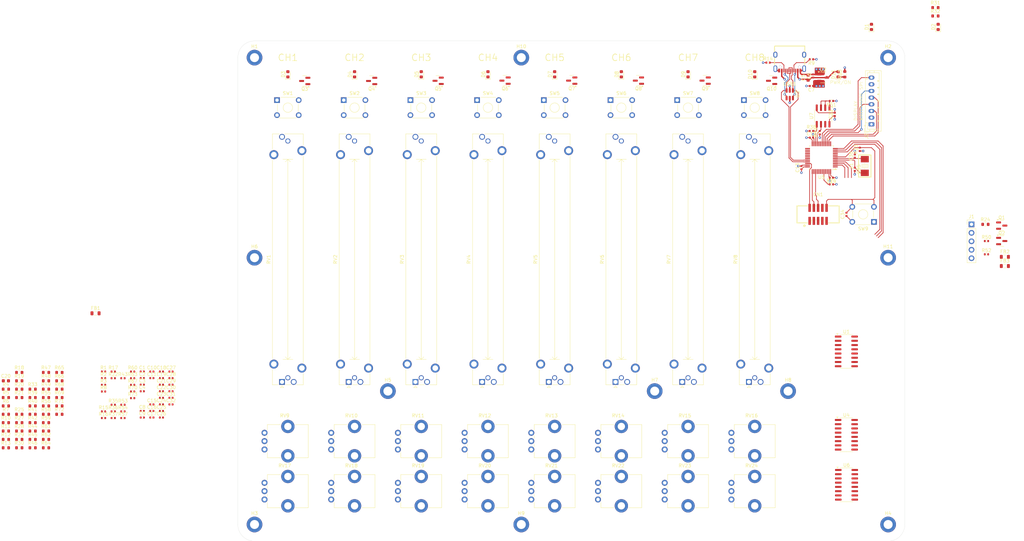
<source format=kicad_pcb>
(kicad_pcb (version 20240108) (generator "pcbnew") (generator_version "8.0")
  (layers (0 "F.Cu" signal) (1 "In1.Cu" signal) (2 "In2.Cu" signal) (31 "B.Cu" signal) (34 "B.Paste" user) (35 "F.Paste" user) (36 "B.SilkS" user "B.Silkscreen") (37 "F.SilkS" user "F.Silkscreen") (38 "B.Mask" user) (39 "F.Mask" user) (44 "Edge.Cuts" user))
  (net 0 "")
  (net 1 "Net-(U1-X0)")
  (net 2 "GND")
  (net 3 "Net-(U1-X1)")
  (net 4 "Net-(U1-X2)")
  (net 5 "Net-(U1-X3)")
  (net 6 "+5V")
  (net 7 "+3V3")
  (net 8 "Net-(U1-X7)")
  (net 9 "Net-(U1-X6)")
  (net 10 "Net-(U1-X5)")
  (net 11 "Net-(U1-X4)")
  (net 12 "Net-(U4-X0)")
  (net 13 "Net-(U4-X1)")
  (net 14 "Net-(U4-X2)")
  (net 15 "Net-(U4-X3)")
  (net 16 "+3.3VA")
  (net 17 "Net-(U4-X7)")
  (net 18 "Net-(U4-X6)")
  (net 19 "Net-(U4-X5)")
  (net 20 "Net-(U4-X4)")
  (net 21 "Net-(U6-X0)")
  (net 22 "Net-(U6-X1)")
  (net 23 "Net-(U6-X2)")
  (net 24 "Net-(U6-X3)")
  (net 25 "Net-(U6-X7)")
  (net 26 "Net-(U6-X6)")
  (net 27 "Net-(U6-X5)")
  (net 28 "Net-(U6-X4)")
  (net 30 "SWDIO")
  (net 32 "NRST")
  (net 33 "SWCLK")
  (net 34 "SWO")
  (net 35 "Net-(D1-K)")
  (net 36 "Net-(D2-K)")
  (net 37 "Net-(D3-K)")
  (net 38 "Net-(D3-A)")
  (net 39 "Net-(D4-A)")
  (net 40 "Net-(D4-K)")
  (net 41 "Net-(D5-A)")
  (net 42 "Net-(D5-K)")
  (net 43 "Net-(D6-A)")
  (net 44 "Net-(D6-K)")
  (net 45 "Net-(D7-K)")
  (net 46 "Net-(D7-A)")
  (net 47 "Net-(D8-K)")
  (net 48 "Net-(D8-A)")
  (net 49 "Net-(D9-A)")
  (net 50 "Net-(D9-K)")
  (net 51 "Net-(D10-K)")
  (net 52 "Net-(D10-A)")
  (net 53 "Net-(J1-Pin_4)")
  (net 54 "Net-(J1-Pin_5)")
  (net 57 "Net-(Q1-B)")
  (net 58 "Net-(Q2-B)")
  (net 59 "CH1_SW")
  (net 60 "CH2_SW")
  (net 61 "CH3_SW")
  (net 62 "CH4_SW")
  (net 63 "CH5_SW")
  (net 64 "CH6_SW")
  (net 65 "CH7_SW")
  (net 66 "CH8_SW")
  (net 67 "IN1_A")
  (net 68 "IN1_B")
  (net 69 "IN1_C")
  (net 70 "Net-(R4-Pad1)")
  (net 71 "Net-(R5-Pad1)")
  (net 72 "Net-(R6-Pad1)")
  (net 73 "Net-(R7-Pad1)")
  (net 74 "Net-(U1-INH)")
  (net 75 "Net-(USB1-CC1)")
  (net 76 "Net-(R10-Pad1)")
  (net 77 "Net-(R11-Pad1)")
  (net 78 "Net-(R12-Pad1)")
  (net 79 "Net-(R13-Pad1)")
  (net 80 "Net-(USB1-CC2)")
  (net 81 "IN2_A")
  (net 82 "IN2_B")
  (net 83 "IN2_C")
  (net 84 "Net-(R18-Pad1)")
  (net 85 "Net-(R19-Pad1)")
  (net 86 "Net-(R20-Pad1)")
  (net 87 "Net-(R21-Pad1)")
  (net 88 "Net-(U4-INH)")
  (net 89 "Net-(U5-BOOT0)")
  (net 90 "Net-(R27-Pad1)")
  (net 91 "Net-(R28-Pad1)")
  (net 92 "Net-(R29-Pad1)")
  (net 93 "Net-(R30-Pad1)")
  (net 94 "/TIM3_CH2")
  (net 95 "/TIM3_CH1")
  (net 96 "Net-(U5-PB0)")
  (net 97 "I2C2_SCL")
  (net 98 "IN3_A")
  (net 99 "IN3_B")
  (net 100 "IN3_C")
  (net 101 "I2C2_SDA")
  (net 102 "Net-(R39-Pad1)")
  (net 103 "Net-(R40-Pad1)")
  (net 104 "Net-(R41-Pad1)")
  (net 105 "Net-(R42-Pad1)")
  (net 106 "Net-(U6-INH)")
  (net 107 "Net-(R44-Pad1)")
  (net 108 "Net-(R45-Pad1)")
  (net 109 "Net-(R46-Pad1)")
  (net 110 "Net-(R47-Pad1)")
  (net 111 "Net-(U7-E0)")
  (net 112 "USART1_TX")
  (net 113 "IN1_ADC")
  (net 114 "/SBU1")
  (net 115 "/SBU2")
  (net 116 "IN2_ADC")
  (net 117 "/NRST")
  (net 118 "IN3_ADC")
  (net 119 "SPI1_MOSI")
  (net 120 "SPI1_SCK")
  (net 121 "/HSE_OUT")
  (net 122 "SPI1_NSS")
  (net 124 "USB_D+")
  (net 125 "USB_D-")
  (net 126 "Net-(R48-Pad1)")
  (net 127 "Net-(R54-Pad1)")
  (net 128 "Net-(R57-Pad1)")
  (net 129 "Net-(R60-Pad1)")
  (net 130 "Net-(R63-Pad1)")
  (net 131 "Net-(R66-Pad1)")
  (net 132 "Net-(R69-Pad1)")
  (net 133 "Net-(R72-Pad1)")
  (net 134 "/HSE_IN")
  (net 135 "Net-(D11-K)")
  (net 147 "Net-(FB2-Pad1)")
  (net 148 "Net-(Q1-C)")
  (net 149 "DISP_BUSY")
  (net 150 "DISP_RESET")
  (net 151 "DISP_DC")
  (footprint "Capacitor_SMD:C_0402_1005Metric" (layer "F.Cu") (at 122.0875 153.075)
    (property "Reference" "C21")
    (property "Value" "100n")
  )
  (footprint "Potentiometer_THT:Potentiometer_Bourns_PTV09A-1_Single_Vertical" (layer "F.Cu") (at 153 187.5)
    (property "Reference" "RV17")
    (property "Value" "10K")
  )
  (footprint "Package_TO_SOT_SMD:SOT-23" (layer "F.Cu") (at 225.125 61.9 180)
    (property "Reference" "Q6")
    (property "Value" "SS8050")
  )
  (footprint "Resistor_SMD:R_0402_1005Metric" (layer "F.Cu") (at 104.7275 151.135)
    (property "Reference" "R2")
    (property "Value" "10K")
  )
  (footprint "Package_SO:SOIC-16_3.9x9.9mm_P1.27mm" (layer "F.Cu") (at 327.525 183.095)
    (property "Reference" "U6")
    (property "Value" "CD4051BM96")
  )
  (footprint "Resistor_SMD:R_0603_1608Metric" (layer "F.Cu") (at 91.4875 149.405)
    (property "Reference" "R65")
    (property "Value" "220")
  )
  (footprint "Potentiometer_THT:Potentiometer_Bourns_PTA6043_Single_Slide" (layer "F.Cu") (at 198.25 152.25 90)
    (property "Reference" "RV3")
    (property "Value" "10K")
  )
  (footprint "Inductor_SMD:L_0805_2012Metric" (layer "F.Cu") (at 102.325 131.67)
    (property "Reference" "FB1")
    (property "Value" "GZ2012D601TF")
  )
  (footprint "Resistor_SMD:R_0402_1005Metric" (layer "F.Cu") (at 317 77)
    (property "Reference" "R38")
    (property "Value" "5.1K")
  )
  (footprint "Package_TO_SOT_SMD:SOT-23" (layer "F.Cu") (at 245.125 61.9 180)
    (property "Reference" "Q7")
    (property "Value" "SS8050")
  )
  (footprint "Resistor_SMD:R_0402_1005Metric" (layer "F.Cu") (at 107.6375 151.135)
    (property "Reference" "R22")
    (property "Value" "10K")
  )
  (footprint "MountingHole:MountingHole_2.7mm_M2.5_DIN965_Pad" (layer "F.Cu") (at 230 55)
    (property "Reference" "H10")
    (property "Value" "MountingHole_Pad")
  )
  (footprint "LED_SMD:LED_0603_1608Metric" (layer "F.Cu") (at 200 60 90)
    (property "Reference" "D5")
    (property "Value" "LED")
  )
  (footprint "Package_TO_SOT_SMD:SOT-23" (layer "F.Cu") (at 374.0625 110)
    (property "Reference" "Q2")
    (property "Value" "SS8050")
  )
  (footprint "Capacitor_SMD:C_0402_1005Metric" (layer "F.Cu") (at 122.0875 162.925)
    (property "Reference" "C26")
    (property "Value" "100n")
  )
  (footprint "Capacitor_SMD:C_0402_1005Metric" (layer "F.Cu") (at 119.2175 162.925)
    (property "Reference" "C17")
    (property "Value" "100n")
  )
  (footprint "Resistor_SMD:R_0603_1608Metric" (layer "F.Cu") (at 87.4775 159.445)
    (property "Reference" "R56")
    (property "Value" "220")
  )
  (footprint "Capacitor_SMD:C_0402_1005Metric" (layer "F.Cu") (at 324 72.02 90)
    (property "Reference" "C33")
    (property "Value" "100n")
  )
  (footprint "Resistor_SMD:R_0603_1608Metric" (layer "F.Cu") (at 79.4575 164.465)
    (property "Reference" "R27")
    (property "Value" "100")
  )
  (footprint "Potentiometer_THT:Potentiometer_Bourns_PTA6043_Single_Slide" (layer "F.Cu") (at 178.25 152.25 90)
    (property "Reference" "RV2")
    (property "Value" "10K")
  )
  (footprint "Package_TO_SOT_SMD:SOT-23" (layer "F.Cu") (at 205.0625 61.95 180)
    (property "Reference" "Q5")
    (property "Value" "SS8050")
  )
  (footprint "Potentiometer_THT:Potentiometer_Bourns_PTV09A-1_Single_Vertical" (layer "F.Cu") (at 293 172.5)
    (property "Reference" "RV16")
    (property "Value" "10K")
  )
  (footprint "Package_SO:SOIC-16_3.9x9.9mm_P1.27mm" (layer "F.Cu") (at 327.475 143.095)
    (property "Reference" "U1")
    (property "Value" "CD4051BM96")
  )
  (footprint "Resistor_SMD:R_0402_1005Metric" (layer "F.Cu") (at 113.4575 153.125)
    (property "Reference" "R67")
    (property "Value" "10K")
  )
  (footprint "Resistor_SMD:R_0603_1608Metric" (layer "F.Cu") (at 87.4775 156.935)
    (property "Reference" "R55")
    (property "Value" "100")
  )
  (footprint "LED_SMD:LED_0603_1608Metric" (layer "F.Cu") (at 260 60 90)
    (property "Reference" "D8")
    (property "Value" "LED")
  )
  (footprint "Capacitor_SMD:C_0402_1005Metric" (layer "F.Cu") (at 122.0875 155.045)
    (property "Reference" "C22")
    (property "Value" "100n")
  )
  (footprint "Connector_JST:JST_PH_B8B-PH-K_1x08_P2.00mm_Vertical" (layer "F.Cu") (at 335 75 90)
    (property "Reference" "J2")
    (property "Value" "Conn_01x08")
  )
  (footprint "parts:USB-C-SMD_TYPE-C-6PIN-2MD-073" (layer "F.Cu") (at 310.5 56.5 180)
    (property "Reference" "USB1")
    (property "Value" "TYPE-C 16PIN 2MD(073)")
  )
  (footprint "Package_TO_SOT_SMD:SOT-23" (layer "F.Cu") (at 374.0625 105.375)
    (property "Reference" "Q1")
    (property "Value" "SS8050")
  )
  (footprint "Resistor_SMD:R_0402_1005Metric" (layer "F.Cu") (at 317 55.5 180)
    (property "Reference" "R9")
    (property "Value" "5.1K")
  )
  (footprint "Resistor_SMD:R_0603_1608Metric" (layer "F.Cu") (at 87.4775 151.915)
    (property "Reference" "R48")
    (property "Value" "100")
  )
  (footprint "Package_SO:SOIC-16_3.9x9.9mm_P1.27mm" (layer "F.Cu") (at 327.475 168.095)
    (property "Reference" "U4")
    (property "Value" "CD4051BM96")
  )
  (footprint "Resistor_SMD:R_0603_1608Metric" (layer "F.Cu") (at 75.4475 171.995)
    (property "Reference" "R13")
    (property "Value" "100")
  )
  (footprint "Package_QFP:LQFP-48_7x7mm_P0.5mm" (layer "F.Cu") (at 320 85 180)
    (property "Reference" "U5")
    (property "Value" "STM32F103C8Tx")
  )
  (footprint "Capacitor_SMD:C_0402_1005Metric" (layer "F.Cu") (at 116.3475 153.075)
    (property "Reference" "C3")
    (property "Value" "100n")
  )
  (footprint "Potentiometer_THT:Potentiometer_Bourns_PTV09A-1_Single_Vertical" (layer "F.Cu") (at 293 187.5)
    (property "Reference" "RV24")
    (property "Value" "10K")
  )
  (footprint "MountingHole:MountingHole_2.7mm_M2.5_DIN965_Pad" (layer "F.Cu") (at 190 155)
    (property "Reference" "H5")
    (property "Value" "MountingHole_Pad")
  )
  (footprint "Resistor_SMD:R_0603_1608Metric" (layer "F.Cu") (at 75.4475 161.955)
    (property "Reference" "R7")
    (property "Value" "100")
  )
  (footprint "Button_Switch_THT:SW_TH_Tactile_Omron_B3F-10xx" (layer "F.Cu") (at 156.75 67.75)
    (property "Reference" "SW1")
    (property "Value" "SW_Push")
  )
  (footprint "Resistor_SMD:R_0603_1608Metric" (layer "F.Cu") (at 75.4475 156.935)
    (property "Reference" "R5")
    (property "Value" "100")
  )
  (footprint "Resistor_SMD:R_0603_1608Metric" (layer "F.Cu") (at 75.4475 166.975)
    (property "Reference" "R11")
    (property "Value" "100")
  )
  (footprint "Resistor_SMD:R_0402_1005Metric" (layer "F.Cu") (at 104.7275 155.115)
    (property "Reference" "R8")
    (property "Value" "10K")
  )
  (footprint "Resistor_SMD:R_0603_1608Metric" (layer "F.Cu") (at 83.4675 161.955)
    (property "Reference" "R41")
    (property "Value" "100")
  )
  (footprint "Package_TO_SOT_SMD:SOT-23" (layer "F.Cu") (at 185.125 62 180)
    (property "Reference" "Q4")
    (property "Value" "SS8050")
  )
  (footprint "Capacitor_SMD:C_0402_1005Metric" (layer "F.Cu") (at 317 79)
    (property "Reference" "C12")
    (property "Value" "100n")
  )
  (footprint "Capacitor_SMD:C_0402_1005Metric" (layer "F.Cu") (at 322.98 91 180)
    (property "Reference" "C14")
    (property "Value" "100n")
  )
  (footprint "Capacitor_SMD:C_0402_1005Metric" (layer "F.Cu") (at 122.0875 149.135)
    (property "Reference" "C18")
    (property "Value" "100n")
  )
  (footprint "Resistor_SMD:R_0603_1608Metric" (layer "F.Cu") (at 75.4475 159.445)
    (property "Reference" "R6")
    (property "Value" "100")
  )
  (footprint "MountingHole:MountingHole_2.7mm_M2.5_DIN965_Pad" (layer "F.Cu") (at 150 115)
    (property "Reference" "H6")
    (property "Value" "MountingHole_Pad")
  )
  (footprint "Resistor_SMD:R_0603_1608Metric" (layer "F.Cu") (at 83.4675 164.465)
    (property "Reference" "R42")
    (property "Value" "100")
  )
  (footprint "Resistor_SMD:R_0603_1608Metric" (layer "F.Cu") (at 91.4875 159.445)
    (property "Reference" "R71")
    (property "Value" "220")
  )
  (footprint "Capacitor_SMD:C_0402_1005Metric" (layer "F.Cu") (at 116.3475 155.045)
    (property "Reference" "C4")
    (property "Value" "100n")
  )
  (footprint "Capacitor_SMD:C_0402_1005Metric" (layer "F.Cu") (at 122.0875 158.985)
    (property "Reference" "C24")
    (property "Value" "100n")
  )
  (footprint "Resistor_SMD:R_0603_1608Metric" (layer "F.Cu") (at 87.4775 171.995)
    (property "Reference" "R64")
    (property "Value" "100")
  )
  (footprint "Potentiometer_THT:Potentiometer_Bourns_PTV09A-1_Single_Vertical" (layer "F.Cu") (at 213 172.5)
    (property "Reference" "RV12")
    (property "Value" "10K")
  )
  (footprint "Potentiometer_THT:Potentiometer_Bourns_PTA6043_Single_Slide" (layer "F.Cu") (at 298.25 152.25 90)
    (property "Reference" "RV8")
    (property "Value" "10K")
  )
  (footprint "Resistor_SMD:R_0402_1005Metric" (layer "F.Cu") (at 369.49 113.98)
    (property "Reference" "R52")
    (property "Value" "5.1K")
  )
  (footprint "MountingHole:MountingHole_2.7mm_M2.5_DIN965_Pad" (layer "F.Cu") (at 340 195)
    (property "Reference" "H4")
    (property "Value" "MountingHole_Pad")
  )
  (footprint "Resistor_SMD:R_0402_1005Metric" (layer "F.Cu") (at 107.6375 149.145)
    (property "Reference" "R17")
    (property "Value" "10K")
  )
  (footprint "Potentiometer_THT:Potentiometer_Bourns_PTV09A-1_Single_Vertical" (layer "F.Cu") (at 233 187.5)
    (property "Reference" "RV21")
    (property "Value" "10K")
  )
  (footprint "MountingHole:MountingHole_2.7mm_M2.5_DIN965_Pad" (layer "F.Cu") (at 150 55)
    (property "Reference" "H1")
    (property "Value" "MountingHole_Pad")
  )
  (footprint "Potentiometer_THT:Potentiometer_Bourns_PTA6043_Single_Slide" (layer "F.Cu") (at 278.25 152.25 90)
    (property "Reference" "RV7")
    (property "Value" "10K")
  )
  (footprint "Potentiometer_THT:Potentiometer_Bourns_PTV09A-1_Single_Vertical" (layer "F.Cu") (at 213 187.5)
    (property "Reference" "RV20")
    (property "Value" "10K")
  )
  (footprint "Potentiometer_THT:Potentiometer_Bourns_PTA6043_Single_Slide" (layer "F.Cu") (at 218.25 152.25 90)
    (property "Reference" "RV4")
    (property "Value" "10K")
  )
  (footprint "Potentiometer_THT:Potentiometer_Bourns_PTV09A-1_Single_Vertical" (layer "F.Cu") (at 173 187.5)
    (property "Reference" "RV18")
    (property "Value" "10K")
  )
  (footprint "Capacitor_SMD:C_0402_1005Metric" (layer "F.Cu") (at 327.5 102 90)
    (property "Reference" "C34")
    (property "Value" "100n")
  )
  (footprint "MountingHole:MountingHole_2.7mm_M2.5_DIN965_Pad" (layer "F.Cu") (at 340 55)
    (property "Reference" "H2")
    (property "Value" "MountingHole_Pad")
  )
  (footprint "Package_TO_SOT_SMD:SOT-23" (layer "F.Cu") (at 285.125 61.9 180)
    (property "Reference" "Q9")
    (property "Value" "SS8050")
  )
  (footprint "Potentiometer_THT:Potentiometer_Bourns_PTV09A-1_Single_Vertical" (layer "F.Cu") (at 273 172.5)
    (property "Reference" "RV15")
    (property "Value" "10K")
  )
  (footprint "Resistor_SMD:R_0603_1608Metric" (layer "F.Cu") (at 79.4575 171.995)
    (property "Reference" "R30")
    (property "Value" "100")
  )
  (footprint "Capacitor_SMD:C_0402_1005Metric" (layer "F.Cu") (at 116.3475 151.105)
    (property "Reference" "C2")
    (property "Value" "100n")
  )
  (footprint "LED_SMD:LED_0603_1608Metric" (layer "F.Cu") (at 335 45.7875 90)
    (property "Reference" "D1")
    (property "Value" "LED")
  )
  (footprint "Potentiometer_THT:Potentiometer_Bourns_PTV09A-1_Single_Vertical" (layer "F.Cu") (at 253 172.5)
    (property "Reference" "RV14")
    (property "Value" "10K")
  )
  (footprint "Button_Switch_THT:SW_TH_Tactile_Omron_B3F-10xx" (layer "F.Cu") (at 276.75 67.75)
    (property "Reference" "SW7")
    (property "Value" "SW_Push")
  )
  (footprint "Inductor_SMD:L_0805_2012Metric" (layer "F.Cu") (at 375 114.75)
    (property "Reference" "FB2")
    (property "Value" "GZ2012D601TF")
  )
  (footprint "Resistor_SMD:R_0402_1005Metric" (layer "F.Cu") (at 322.99 93)
    (property "Reference" "R26")
    (property "Value" "10K")
  )
  (footprint "Resistor_SMD:R_0603_1608Metric" (layer "F.Cu") (at 75.4475 164.465)
    (property "Reference" "R10")
    (property "Value" "100")
  )
  (footprint "Button_Switch_THT:SW_TH_Tactile_Omron_B3F-10xx" (layer "F.Cu") (at 216.75 67.75)
    (property "Reference" "SW4")
    (property "Value" "SW_Push")
  )
  (footprint "Capacitor_SMD:C_0402_1005Metric" (layer "F.Cu") (at 124.9575 149.135)
    (property "Reference" "C27")
    (property "Value" "100n")
  )
  (footprint "Resistor_SMD:R_0603_1608Metric" (layer "F.Cu") (at 354.175 40)
    (property "Reference" "R31")
    (property "Value" "220")
  )
  (footprint "Potentiometer_THT:Potentiometer_Bourns_PTV09A-1_Single_Vertical" (layer "F.Cu") (at 193 172.5)
    (property "Reference" "RV11")
    (property "Value" "10K")
  )
  (footprint "Resistor_SMD:R_0603_1608Metric" (layer "F.Cu") (at 87.4775 164.465)
    (property "Reference" "R59")
    (property "Value" "220")
  )
  (footprint "Potentiometer_THT:Potentiometer_Bourns_PTV09A-1_Single_Vertical" (layer "F.Cu") (at 273 187.5)
    (property "Reference" "RV23")
    (property "Value" "10K")
  )
  (footprint "Capacitor_SMD:C_0402_1005Metric" (layer "F.Cu") (at 119.2175 151.105)
    (property "Reference" "C11")
    (property "Value" "100n")
  )
  (footprint "Potentiometer_THT:Potentiometer_Bourns_PTA6043_Single_Slide" (layer "F.Cu") (at 238.25 152.25 90)
    (property "Reference" "RV5")
    (property "Value" "10K")
  )
  (footprint "Capacitor_SMD:C_0402_1005Metric" (layer "F.Cu") (at 116.3475 162.925)
    (property "Reference" "C9")
    (property "Value" "100n")
  )
  (footprint "Resistor_SMD:R_0603_1608Metric" (layer "F.Cu") (at 87.4775 149.405)
    (property "Reference" "R47")
    (property "Value" "100")
  )
  (footprint "LED_SMD:LED_0603_1608Metric" (layer "F.Cu") (at 180 60 90)
    (property "Reference" "D4")
    (property "Value" "LED")
  )
  (footprint "Resistor_SMD:R_0402_1005Metric" (layer "F.Cu") (at 113.4575 151.135)
    (property "Reference" "R63")
    (property "Value" "10K")
  )
  (footprint "Resistor_SMD:R_0603_1608Metric" (layer "F.Cu") (at 87.4775 169.485)
    (property "Reference" "R62")
    (property "Value" "220")
  )
  (footprint "Resistor_SMD:R_0603_1608Metric" (layer "F.Cu") (at 87.4775 154.425)
    (property "Reference" "R49")
    (property "Value" "220")
  )
  (footprint "Connector_PinHeader_2.54mm:PinHeader_1x05_P2.54mm_Vertical" (layer "F.Cu") (at 365 105)
    (property "Reference" "J1")
    (property "Value" "Conn_01x05")
  )
  (footprint "Capacitor_SMD:C_0402_1005Metric" (layer "F.Cu") (at 124.9575 151.105)
    (property "Reference" "C28")
    (property "Value" "100n")
  )
  (footprint "Resistor_SMD:R_0603_1608Metric" (layer "F.Cu") (at 75.4475 154.425)
    (property "Reference" "R4")
    (property "Value" "100")
  )
  (footprint "Capacitor_SMD:C_0402_1005Metric" (layer "F.Cu") (at 330 88.48 -90)
    (property "Reference" "C35")
    (property "Value" "22p")
  )
  (footprint "Package_TO_SOT_SMD:SOT-23-6" (layer "F.Cu") (at 310.5 66 -90)
    (property "Reference" "U3")
    (property "Value" "SRV05-4")
  )
  (footprint "Resistor_SMD:R_0603_1608Metric" (layer "F.Cu") (at 354.175 42.51)
    (property "Reference" "R32")
    (property "Value" "220")
  )
  (footprint "Resistor_SMD:R_0603_1608Metric" (layer "F.Cu") (at 87.4775 161.955)
    (property "Reference" "R58")
    (property "Value" "100")
  )
  (footprint "LED_SMD:LED_0603_1608Metric" (layer "F.Cu") (at 280 60 90)
    (property "Reference" "D9")
    (property "Value" "LED")
  )
  (footprint "Resistor_SMD:R_0402_1005Metric" (layer "F.Cu") (at 110.5475 151.135)
    (property "Reference" "R43")
    (property "Value" "10K")
  )
  (footprint "Resistor_SMD:R_0402_1005Metric" (layer "F.Cu") (at 107.6375 159.095)
    (property "Reference" "R35")
    (property "Value" "10K")
  )
  (footprint "Resistor_SMD:R_0603_1608Metric" (layer "F.Cu") (at 79.4575 169.485)
    (property "Reference" "R29")
    (property "Value" "100")
  )
  (footprint "Potentiometer_THT:Potentiometer_Bourns_PTV09A-1_Single_Vertical" (layer "F.Cu") (at 173 172.5)
    (property "Reference" "RV10")
    (property "Value" "10K")
  )
  (footprint "Resistor_SMD:R_0603_1608Metric" (layer "F.Cu") (at 79.4575 154.425)
    (property "Reference" "R20")
    (property "Value" "100")
  )
  (footprint "Capacitor_SMD:C_0402_1005Metric" (layer "F.Cu") (at 122.0875 157.015)
    (property "Reference" "C23")
    (property "Value" "100n")
  )
  (footprint "Resistor_SMD:R_0402_1005Metric" (layer "F.Cu") (at 113.4575 157.105)
    (property "Reference" "R73")
    (property "Value" "10K")
  )
  (footprint "Button_Switch_THT:SW_TH_Tactile_Omron_B3F-10xx" (layer "F.Cu") (at 236.75 67.75)
    (property "Reference" "SW5")
    (property "Value" "SW_Push")
  )
  (footprint "Resistor_SMD:R_0402_1005Metric" (layer "F.Cu") (at 369.49 110)
    (property "Reference" "R50")
    (property "Value" "5.1K")
  )
  (footprint "MountingHole:MountingHole_2.7mm_M2.5_DIN965_Pad" (layer "F.Cu") (at 310 155)
    (property "Reference" "H8")
    (property "Value" "MountingHole_Pad")
  )
  (footprint "LED_SMD:LED_0603_1608Metric" (layer "F.Cu") (at 300 60 90)
    (property "Reference" "D10")
    (property "Value" "LED")
  )
  (footprint "Resistor_SMD:R_0603_1608Metric" (layer "F.Cu") (at 79.4575 166.975)
    (property "Reference" "R28")
    (property "Value" "100")
  )
  (footprint "Resistor_SMD:R_0603_1608Metric" (layer "F.Cu") (at 327 60 90)
    (property "Reference" "R33")
    (property "Value" "220")
  )
  (footprint "Resistor_SMD:R_0603_1608Metric" (layer "F.Cu") (at 83.4675 156.935)
    (property "Reference" "R39")
    (property "Value" "100")
  )
  (footprint "Resistor_SMD:R_0603_1608Metric" (layer "F.Cu") (at 79.4575 161.955)
    (property "Reference" "R25")
    (property "Value" "220")
  )
  (footprint "Capacitor_SMD:C_0402_1005Metric" (layer "F.Cu") (at 124.9575 157.015)
    (property "Reference" "C31")
    (property "Value" "100n")
  )
  (footprint "Resistor_SMD:R_0603_1608Metric" (layer "F.Cu") (at 83.4675 159.445)
    (property "Reference" "R40")
    (property "Value" "100")
  )
  (footprint "Capacitor_SMD:C_0402_1005Metric" (layer "F.Cu") (at 116.3475 149.135)
    (property "Reference" "C1")
    (property "Value" "100n")
  )
  (footprint "Capacitor_SMD:C_0402_1005Metric" (layer "F.Cu") (at 122.0875 151.105)
    (property "Reference" "C19")
    (property "Value" "100n")
  )
  (footprint "Capacitor_SMD:C_0402_1005Metric" (layer "F.Cu") (at 124.9575 153.075)
    (property "Reference" "C29")
    (property "Value" "100n")
  )
  (footprint "Button_Switch_THT:SW_TH_Tactile_Omron_B3F-10xx" (layer "F.Cu") (at 196.75 67.75)
    (property "Reference" "SW3")
    (property "Value" "SW_Push")
  )
  (footprint "Resistor_SMD:R_0402_1005Metric" (layer "F.Cu") (at 113.4575 155.115)
    (property "Reference" "R70")
    (property "Value" "10K")
  )
  (footprint "Capacitor_SMD:C_0402_1005Metric" (layer "F.Cu") (at 119.2175 149.135)
    (property "Reference" "C10")
    (property "Value" "100n")
  )
  (footprint "Resistor_SMD:R_0603_1608Metric" (layer "F.Cu") (at 91.4875 154.425)
    (property "Reference" "R68")
    (property "Value" "220")
  )
  (footprint "Resistor_SMD:R_0603_1608Metric" (layer "F.Cu") (at 83.4675 166.975)
    (property "Reference" "R44")
    (property "Value" "100")
  )
  (footprint "Resistor_SMD:R_0402_1005Metric" (layer "F.Cu") (at 304 56.5)
    (property "Reference" "R14")
    (property "Value" "5.1K")
  )
  (footprint "Potentiometer_THT:Potentiometer_Bourns_PTA6043_Single_Slide" (layer "F.Cu") (at 258.25 152.25 90)
    (property "Reference" "RV6")
    (property "Value" "10K")
  )
  (footprint "Inductor_SMD:L_0805_2012Metric" (layer "F.Cu") (at 375 117.5)
    (property "Reference" "FB3")
    (property "Value" "GZ2012D601TF")
  )
  (footprint "Resistor_SMD:R_0402_1005Metric" (layer "F.Cu") (at 323 68 180)
    (property "Reference" "R51")
    (property "Value" "10K")
  )
  (footprint "Potentiometer_THT:Potentiometer_Bourns_PTV09A-1_Single_Vertical" (layer "F.Cu") (at 193 187.5)
    (property "Reference" "RV19")
    (property "Value" "10K")
  )
  (footprint "LED_SMD:LED_0603_1608Metric" (layer "F.Cu") (at 240 60 90)
    (property "Reference" "D7")
    (property "Value" "LED")
  )
  (footprint "Package_TO_SOT_SMD:SOT-23" (layer "F.Cu") (at 265.125 61.9 180)
    (property "Reference" "Q8")
    (property "Value" "SS8050")
  )
  (footprint "Potentiometer_THT:Potentiometer_Bourns_PTV09A-1_Single_Vertical" (layer "F.Cu") (at 253 187.5)
    (property "Reference" "RV22")
    (property "Value" "10K")
  )
  (footprint "Resistor_SMD:R_0402_1005Metric" (layer "F.Cu") (at 104.7275 149.145)
    (property "Reference" "R1")
    (property "Value" "10K")
  )
  (footprint "Resistor_SMD:R_0402_1005Metric" (layer "F.Cu") (at 113.4575 149.145)
    (property "Reference" "R60")
    (property "Value" "10K")
  )
  (footprint "Button_Switch_THT:SW_TH_Tactile_Omron_B3F-10xx" (layer "F.Cu") (at 176.75 67.75)
    (property "Reference" "SW2")
    (property "Value" "SW_Push")
  )
  (footprint "LED_SMD:LED_0603_1608Metric" (layer "F.Cu") (at 325 60 90)
    (property "Reference" "D11")
    (property "Value" "LED")
  )
  (footprint "Resistor_SMD:R_0402_1005Metric" (layer "F.Cu") (at 331.5 82.5 90)
    (property "Reference" "R23")
    (property "Value" "10K")
  )
  (footprint "Resistor_SMD:R_0402_1005Metric" (layer "F.Cu") (at 110.5475 161.085)
    (property "Reference" "R54")
    (property "Value" "10K")
  )
  (footprint "Button_Switch_THT:SW_TH_Tactile_Omron_B3F-10xx" (layer "F.Cu") (at 296.75 67.75)
    (property "Reference" "SW8")
    (property "Value" "SW_Push")
  )
  (footprint "Capacitor_SMD:C_0402_1005Metric" (layer "F.Cu") (at 119.2175 158.985)
    (property "Reference" "C15")
    (property "Value" "100n")
  )
  (footprint "Capacitor_SMD:C_0402_1005Metric" (layer "F.Cu") (at 124.9575 155.045)
    (property "Reference" "C30")
    (property "Value" "100n")
  )
  (footprint "Capacitor_SMD:C_0603_1608Metric" (layer "F.Cu") (at 75.4475 151.915)
    (property "Reference" "C20")
    (property "Value" "4.7u")
  )
  (footprint "Capacitor_SMD:C_0402_1005Metric" (layer "F.Cu") (at 317.5 60.5 90)
    (property "Reference" "C6")
    (property "Value" "100n")
  )
  (footprint "LED_SMD:LED_0603_1608Metric" (layer "F.Cu") (at 220 60 90)
    (property "Reference" "D6")
    (property "Value" "LED")
  )
  (footprint "Package_TO_SOT_SMD:SOT-23-3" (layer "F.Cu") (at 320.5 61)
    (property "Reference" "U2")
    (property "Value" "XC6206P332MR-G")
  )
  (footprint "Potentiometer_THT:Potentiometer_Bourns_PTA6043_Single_Slide" (layer "F.Cu") (at 158.25 152.25 90)
    (property "Reference" "RV1")
    (property "Value" "10K")
  )
  (footprint "MountingHole:MountingHole_2.7mm_M2.5_DIN965_Pad" (layer "F.Cu") (at 230 195)
    (property "Reference" "H9")
    (property "Value" "MountingHole_Pad")
  )
  (footprint "Resistor_SMD:R_0402_1005Metric" (layer "F.Cu") (at 107.6375 163.075)
    (property "Reference" "R37")
    (property "Value" "10K")
  )
  (footprint "Package_TO_SOT_SMD:SOT-23" (layer "F.Cu") (at 305.0625 61.95 180)
    (property "Reference" "Q10")
    (property "Value" "SS8050")
  )
  (footprint "Button_Switch_THT:SW_TH_Tactile_Omron_B3F-10xx" (layer "F.Cu") (at 256.75 67.75)
    (property "Reference" "SW6")
    (property "Value" "SW_Push")
  )
  (footprint "Resistor_SMD:R_0603_1608Metric" (layer "F.Cu") (at 83.4675 154.425)
    (property "Reference" "R33")
    (property "Value" "100")
  )
  (footprint "parts:IDC-SMD_10P-P1.27_X1270WVS-2X05B-6TV01" (layer "F.Cu") (at 319 102)
    (property "Reference" "CN1")
    (property "Value" "X1270WVS-2X05B-6TV01")
  )
  (footprint "Resistor_SMD:R_0402_1005Metric" (layer "F.Cu") (at 107.6375 161.085)
    (property "Reference" "R36")
    (property "Value" "10K")
  )
  (footprint "MountingHole:MountingHole_2.7mm_M2.5_DIN965_Pad" (layer "F.Cu") (at 270 155)
    (property "Reference" "H7")
    (property "Value" "MountingHole_Pad")
  )
  (footprint "Capacitor_SMD:C_0402_1005Metric" (layer "F.Cu") (at 317 63.5 180)
    (property "Reference" "C7")
    (property "Value" "100n")
  )
  (footprint "Capacitor_SMD:C_0402_1005Metric" (layer "F.Cu") (at 116.3475 160.955)
    (property "Reference" "C8")
    (property "Value" "100n")
  )
  (footprint "Capacitor_SMD:C_0402_1005Metric" (layer "F.Cu") (at 124.9575 158.985)
    (property "Reference" "C32")
    (property "Value" "100n")
  )
  (footprint "Potentiometer_THT:Potentiometer_Bourns_PTV09A-1_Single_Vertical" (layer "F.Cu") (at 233 172.5)
    (property "Reference" "RV13")
    (property "Value" "10K")
  )
  (footprint "Resistor_SMD:R_0603_1608Metric" (layer "F.Cu") (at 83.4675 169.485)
    (property "Reference" "R45")
    (property "Value" "100")
  )
  (footprint "Resistor_SMD:R_0603_1608Metric" (layer "F.Cu") (at 79.4575 156.935)
    (property "Reference" "R21")
    (property "Value" "100")
  )
  (footprint "MountingHole:MountingHole_2.7mm_M2.5_DIN965_Pad" (layer "F.Cu") (at 340 115)
    (property "Reference" "H11")
    (property "Value" "MountingHole_Pad")
  )
  (footprint "Resistor_SMD:R_0402_1005Metric" (layer "F.Cu") (at 110.5475 163.075)
    (property "Reference" "R57")
    (property "Value" "10K")
  )
  (footprint "Resistor_SMD:R_0603_1608Metric" (layer "F.Cu") (at 91.4875 161.955)
    (property "Reference" "R72")
    (property "Value" "100")
  )
  (footprint "Resistor_SMD:R_0402_1005Metric" (layer "F.Cu") (at 104.7275 163.075)
    (property "Reference" "R16")
    (property "Value" "10K")
  )
  (footprint "Package_SO:SOIC-8_3.9x4.9mm_P1.27mm" (layer "F.Cu") (at 320.5 72.5 -90)
    (property "Reference" "U7")
    (property "Value" "M24C02-WMN6TP")
  )
  (footprint "Capacitor_SMD:C_0402_1005Metric" (layer "F.Cu") (at 122.0875 160.955)
    (property "Reference" "C25")
    (property "Value" "100n")
  )
  (footprint "LED_SMD:LED_0603_1608Metric" (layer "F.Cu") (at 355 45.7875 90)
    (property "Reference" "D2")
    (property "Value" "LED")
  )
  (footprint "Resistor_SMD:R_0603_1608Metric" (layer "F.Cu") (at 87.4775 166.975)
    (property "Reference" "R61")
    (property "Value" "100")
  )
  (footprint "Package_TO_SOT_SMD:SOT-23" (layer "F.Cu") (at 165.0625 62 180)
    (property "Reference" "Q3")
    (property "Value" "SS8050")
  )
  (footprint "Capacitor_SMD:C_0402_1005Metric" (layer "F.Cu") (at 330 84.52 90)
    (property "Reference" "C36")
    (property "Value" "22p")
  )
  (footprint "Potentiometer_THT:Potentiometer_Bourns_PTV09A-1_Single_Vertical" (layer "F.Cu") (at 153 172.5)
    (property "Reference" "RV9")
    (property "Value" "10K")
  )
  (footprint "Resistor_SMD:R_0402_1005Metric" (layer "F.Cu") (at 104.7275 161.085)
    (property "Reference" "R15")
    (property "Value" "10K")
  )
  (footprint "Resistor_SMD:R_0402_1005Metric" (layer "F.Cu") (at 319.5 77.5 90)
    (property "Reference" "R34")
    (property "Value" "5.1K")
  )
  (footprint "Capacitor_SMD:C_0603_1608Metric" (layer "F.Cu") (at 316 61 90)
    (property "Reference" "C5")
    (property "Value" "4.7u")
  )
  (footprint "Resistor_SMD:R_0603_1608Metric" (layer "F.Cu") (at 79.4575 149.405)
    (property "Reference" "R18")
    (property "Value" "100")
  )
  (footprint "Resistor_SMD:R_0402_1005Metric" (layer "F.Cu") (at 104.7275 153.125)
    (property "Reference" "R3")
    (property "Value" "10K")
  )
  (footprint "MountingHole:MountingHole_2.7mm_M2.5_DIN965_Pad" (layer "F.Cu") (at 150 195)
    (property "Reference" "H3")
    (property "Value" "MountingHole_Pad")
  )
  (footprint "Capacitor_SMD:C_0402_1005Metric" (layer "F.Cu") (at 119.2175 160.955)
    (property "Reference" "C16")
    (property "Value" "100n")
  )
  (footprint "Resistor_SMD:R_0603_1608Metric" (layer "F.Cu") (at 83.4675 171.995)
    (property "Reference" "R46")
    (property "Value" "100")
  )
  (footprint "LED_SMD:LED_0603_1608Metric" (layer "F.Cu") (at 160 60 90)
    (property "Reference" "D3")
    (property "Value" "LED")
  )
  (footprint "Capacitor_SMD:C_0402_1005Metric" (layer "F.Cu") (at 314 88 90)
    (property "Reference" "C13")
    (property "Value" "100n")
  )
  (footprint "parts:CRYSTAL-SMD_L5.0-W3.2" (layer "F.Cu") (at 333 87.5 90)
    (property "Reference" "X1")
    (property "Value" "X50328MSB2GI")
  )
  (footprint "Resistor_SMD:R_0603_1608Metric" (layer "F.Cu") (at 75.4475 169.485)
    (property "Reference" "R12")
    (property "Value" "100")
  )
  (footprint "Button_Switch_THT:SW_TH_Tactile_Omron_B3F-10xx" (layer "F.Cu") (at 335.75 104.25 180)
    (property "Reference" "SW9")
    (property "Value" "ST RESET")
  )
  (footprint "Resistor_SMD:R_0603_1608Metric" (layer "F.Cu") (at 91.4875 151.915)
    (property "Reference" "R66")
    (property "Value" "100")
  )
  (footprint "Resistor_SMD:R_0603_1608Metric" (layer "F.Cu") (at 369.175 105)
    (property "Reference" "R24")
    (property "Value" "220")
  )
  (footprint "Resistor_SMD:R_0402_1005Metric" (layer "F.Cu") (at 110.5475 159.095)
    (property "Reference" "R53")
    (property "Value" "10K")
  )
  (footprint "Resistor_SMD:R_0603_1608Metric" (layer "F.Cu") (at 79.4575 151.915)
    (property "Reference" "R19")
    (property "Value" "100")
  )
  (footprint "Resistor_SMD:R_0603_1608Metric" (layer "F.Cu") (at 91.4875 156.935)
    (property "Reference" "R69")
    (property "Value" "100")
  )
  (gr_line (start 150 50) (end 340 50) (stroke (width 0.05)) (layer "Edge.Cuts"))
  (gr_line (start 145 195) (end 145 55) (stroke (width 0.05)) (layer "Edge.Cuts"))
  (gr_line (start 345 55) (end 345 195) (stroke (width 0.05)) (layer "Edge.Cuts"))
  (gr_line (start 340 200) (end 150 200) (stroke (width 0.05)) (layer "Edge.Cuts"))
  (gr_arc (start 150 200) (mid 146.464466 198.535534) (end 145 195) (stroke (width 0.05)) (layer "Edge.Cuts"))
  (gr_arc (start 340 50) (mid 343.535534 51.464466) (end 345 55) (stroke (width 0.05)) (layer "Edge.Cuts"))
  (gr_arc (start 345 195) (mid 343.535534 198.535534) (end 340 200) (stroke (width 0.05)) (layer "Edge.Cuts"))
  (gr_arc (start 145 55) (mid 146.464466 51.464466) (end 150 50) (stroke (width 0.05)) (layer "Edge.Cuts"))
  (gr_text "CH3" (at 200 55 0) (layer "F.SilkS") (effects (font (size 2 2) (thickness 0.2))))
  (gr_text "DISPLAY\nWAVESHARE SPI" (at 332.5 74 90) (layer "F.SilkS") (effects (font (size 1 1) (thickness 0.1)) (justify left bottom)))
  (gr_text "CH2" (at 180 55 0) (layer "F.SilkS") (effects (font (size 2 2) (thickness 0.2))))
  (gr_text "CH8" (at 300 55 0) (layer "F.SilkS") (effects (font (size 2 2) (thickness 0.2))))
  (gr_text "CH4" (at 220 55 0) (layer "F.SilkS") (effects (font (size 2 2) (thickness 0.2))))
  (gr_text "CH1" (at 160 55 0) (layer "F.SilkS") (effects (font (size 2 2) (thickness 0.2))))
  (gr_text "CH7" (at 280 55 0) (layer "F.SilkS") (effects (font (size 2 2) (thickness 0.2))))
  (gr_text "CH5" (at 240 55 0) (layer "F.SilkS") (effects (font (size 2 2) (thickness 0.2))))
  (gr_text "PWR/ON" (at 322.5 63 0) (layer "F.SilkS") (effects (font (size 1 1) (thickness 0.1)) (justify left bottom)))
  (gr_text "CH6" (at 260 55 0) (layer "F.SilkS") (effects (font (size 2 2) (thickness 0.2))))
  (segment (start 314.27 87.25) (end 314 87.52) (width 0.2) (layer "F.Cu") (net 2))
  (segment (start 315.8375 87.25) (end 314.27 87.25) (width 0.2) (layer "F.Cu") (net 2))
  (segment (start 313.7 59.7) (end 313.7 58.88) (width 0.4) (layer "F.Cu") (net 2))
  (segment (start 322.25 90.75) (end 322.5 91) (width 0.2) (layer "F.Cu") (net 2))
  (segment (start 319.135001 71.54) (end 318.595 70.999999) (width 0.2) (layer "F.Cu") (net 2))
  (segment (start 317.75 79.27) (end 317.48 79) (width 0.2) (layer "F.Cu") (net 2))
  (segment (start 327.5 102.48) (end 327.5 102.5) (width 0.2) (layer "F.Cu") (net 2))
  (segment (start 327.5 102.5) (end 329.25 104.25) (width 0.2) (layer "F.Cu") (net 2))
  (segment (start 327 59.175) (end 327 58) (width 0.4) (layer "F.Cu") (net 2))
  (segment (start 330 84.04) (end 330 83) (width 0.2) (layer "F.Cu") (net 2))
  (segment (start 330 88.96) (end 330 90) (width 0.2) (layer "F.Cu") (net 2))
  (segment (start 324 71.54) (end 319.135001 71.54) (width 0.2) (layer "F.Cu") (net 2))
  (segment (start 307.3 58.88) (end 306.73 58.88) (width 0.4) (layer "F.Cu") (net 2))
  (segment (start 314.27 58.88) (end 314.82 58.33) (width 0.4) (layer "F.Cu") (net 2))
  (segment (start 322.5 91) (end 322.5 92) (width 0.2) (layer "F.Cu") (net 2))
  (segment (start 310.5 64.8625) (end 310.5 63.5) (width 0.4) (layer "F.Cu") (net 2))
  (segment (start 317.48 79) (end 317.48 78.02) (width 0.2) (layer "F.Cu") (net 2))
  (segment (start 317.48 78.02) (end 317.5 78) (width 0.2) (layer "F.Cu") (net 2))
  (segment (start 324 71.54) (end 324 70.5) (width 0.2) (layer "F.Cu") (net 2))
  (segment (start 318.595 70.999999) (end 318.595 70.025) (width 0.2) (layer "F.Cu") (net 2))
  (segment (start 316.52 63.5) (end 315.5 63.5) (width 0.2) (layer "F.Cu") (net 2))
  (segment (start 317.75 80.8375) (end 317.75 79.27) (width 0.2) (layer "F.Cu") (net 2))
  (segment (start 322.25 89.1625) (end 322.25 90.75) (width 0.2) (layer "F.Cu") (net 2))
  (segment (start 313.7 58.88) (end 314.27 58.88) (width 0.4) (layer "F.Cu") (net 2))
  (segment (start 314.05 60.05) (end 313.7 59.7) (width 0.4) (layer "F.Cu") (net 2))
  (segment (start 306.73 58.88) (end 306.18 58.33) (width 0.4) (layer "F.Cu") (net 2))
  (segment (start 323.5 93) (end 324.5 93) (width 0.2) (layer "F.Cu") (net 2))
  (segment (start 319.3625 60.05) (end 314.05 60.05) (width 0.4) (layer "F.Cu") (net 2))
  (segment (start 318.5 55.5) (end 317.51 55.5) (width 0.2) (layer "F.Cu") (net 2))
  (segment (start 314 87.52) (end 313.02 87.52) (width 0.2) (layer "F.Cu") (net 2))
  (segment (start 303.49 56.5) (end 302.5 56.5) (width 0.2) (layer "F.Cu") (net 2))
  (via (at 313.02 87.52) (size 0.7) (drill 0.3) (layers "F.Cu" "B.Cu") (net 2))
  (via (at 310.5 63.5) (size 0.7) (drill 0.3) (layers "F.Cu" "B.Cu") (net 2))
  (via (at 327 58) (size 0.7) (drill 0.3) (layers "F.Cu" "B.Cu") (net 2))
  (via (at 324 70.5) (size 0.7) (drill 0.3) (layers "F.Cu" "B.Cu") (net 2))
  (via (at 318.5 58.5) (size 0.7) (drill 0.3) (layers "F.Cu" "B.Cu") (net 2))
  (via (at 302.5 56.5) (size 0.7) (drill 0.3) (layers "F.Cu" "B.Cu") (net 2))
  (via (at 318.5 55.5) (size 0.7) (drill 0.3) (layers "F.Cu" "B.Cu") (net 2))
  (via (at 330 90) (size 0.7) (drill 0.3) (layers "F.Cu" "B.Cu") (net 2))
  (via (at 320.5 58.5) (size 0.7) (drill 0.3) (layers "F.Cu" "B.Cu") (net 2))
  (via (at 330 83) (size 0.7) (drill 0.3) (layers "F.Cu" "B.Cu") (net 2))
  (via (at 315.5 63.5) (size 0.7) (drill 0.3) (layers "F.Cu" "B.Cu") (net 2))
  (via (at 317.5 78) (size 0.7) (drill 0.3) (layers "F.Cu" "B.Cu") (net 2))
  (via (at 322.5 92) (size 0.7) (drill 0.3) (layers "F.Cu" "B.Cu") (net 2))
  (via (at 324.5 93) (size 0.7) (drill 0.3) (layers "F.Cu" "B.Cu") (net 2))
  (via (at 319.5 58.5) (size 0.7) (drill 0.3) (layers "F.Cu" "B.Cu") (net 2))
  (segment (start 317 61) (end 316.5 61.5) (width 0.4) (layer "F.Cu") (net 6))
  (segment (start 325 59.2125) (end 323.7875 59.2125) (width 0.4) (layer "F.Cu") (net 6))
  (segment (start 308.1 60.6) (end 308.1 58.88) (width 0.4) (layer "F.Cu") (net 6))
  (segment (start 321.6375 61) (end 317 61) (width 0.4) (layer "F.Cu") (net 6))
  (segment (start 309 61.5) (end 308.1 60.6) (width 0.4) (layer "F.Cu") (net 6))
  (segment (start 322 61) (end 321.6375 61) (width 0.4) (layer "F.Cu") (net 6))
  (segment (start 323.7875 59.2125) (end 322 61) (width 0.4) (layer "F.Cu") (net 6))
  (segment (start 312.9 60.9) (end 312.9 58.88) (width 0.4) (layer "F.Cu") (net 6))
  (segment (start 310.5 67.1375) (end 310.5 68.5) (width 0.4) (layer "F.Cu") (net 6))
  (segment (start 316.5 61.5) (end 313.5 61.5) (width 0.4) (layer "F.Cu") (net 6))
  (segment (start 313.5 61.5) (end 312.9 60.9) (width 0.4) (layer "F.Cu") (net 6))
  (segment (start 321.6375 61) (end 321.6375 60.6575) (width 0.4) (layer "F.Cu") (net 6))
  (via (at 310.5 68.5) (size 0.7) (drill 0.3) (layers "F.Cu" "B.Cu") (net 6))
  (via (at 309 61.5) (size 0.7) (drill 0.3) (layers "F.Cu" "B.Cu") (net 6))
  (via (at 313.5 61.5) (size 0.7) (drill 0.3) (layers "F.Cu" "B.Cu") (net 6))
  (segment (start 323.46 91) (end 324.5 91) (width 0.2) (layer "F.Cu") (net 7))
  (segment (start 331.5 83.01) (end 332.49 83.01) (width 0.2) (layer "F.Cu") (net 7))
  (segment (start 322.405 74.975) (end 322.405 73.595) (width 0.2) (layer "F.Cu") (net 7))
  (segment (start 319.5 78.01) (end 319.5 79) (width 0.2) (layer "F.Cu") (net 7))
  (segment (start 317.25 79.73) (end 316.52 79) (width 0.2) (layer "F.Cu") (net 7))
  (segment (start 322.405 73.595) (end 323.5 72.5) (width 0.2) (layer "F.Cu") (net 7))
  (segment (start 332.49 83.01) (end 332.5 83) (width 0.2) (layer "F.Cu") (net 7))
  (segment (start 314 88.48) (end 314 89.5) (width 0.2) (layer "F.Cu") (net 7))
  (segment (start 316.52 79) (end 315.5 79) (width 0.2) (layer "F.Cu") (net 7))
  (segment (start 317.25 80.8375) (end 317.25 79.73) (width 0.2) (layer "F.Cu") (net 7))
  (segment (start 322.75 89.1625) (end 322.75 90.29) (width 0.2) (layer "F.Cu") (net 7))
  (segment (start 314.73 87.75) (end 314 88.48) (width 0.2) (layer "F.Cu") (net 7))
  (segment (start 315.8375 87.75) (end 314.73 87.75) (width 0.2) (layer "F.Cu") (net 7))
  (segment (start 323.5 72.5) (end 324 72.5) (width 0.2) (layer "F.Cu") (net 7))
  (segment (start 324 72.5) (end 324 73.5) (width 0.2) (layer "F.Cu") (net 7))
  (segment (start 322.75 90.29) (end 323.46 91) (width 0.2) (layer "F.Cu") (net 7))
  (segment (start 316.49 77) (end 315.5 77) (width 0.2) (layer "F.Cu") (net 7))
  (segment (start 323.51 68) (end 324.5 68) (width 0.2) (layer "F.Cu") (net 7))
  (via (at 315.5 77) (size 0.7) (drill 0.3) (layers "F.Cu" "B.Cu") (net 7))
  (via (at 314 89.5) (size 0.7) (drill 0.3) (layers "F.Cu" "B.Cu") (net 7))
  (via (at 319.5 79) (size 0.7) (drill 0.3) (layers "F.Cu" "B.Cu") (net 7))
  (via (at 332.5 83) (size 0.7) (drill 0.3) (layers "F.Cu" "B.Cu") (net 7))
  (via (at 320.5 63.5) (size 0.7) (drill 0.3) (layers "F.Cu" "B.Cu") (net 7))
  (via (at 319.5 63.5) (size 0.7) (drill 0.3) (layers "F.Cu" "B.Cu") (net 7))
  (via (at 315.5 79) (size 0.7) (drill 0.3) (layers "F.Cu" "B.Cu") (net 7))
  (via (at 324 73.5) (size 0.7) (drill 0.3) (layers "F.Cu" "B.Cu") (net 7))
  (via (at 324.5 91) (size 0.7) (drill 0.3) (layers "F.Cu" "B.Cu") (net 7))
  (via (at 324.5 68) (size 0.7) (drill 0.3) (layers "F.Cu" "B.Cu") (net 7))
  (via (at 318.5 63.5) (size 0.7) (drill 0.3) (layers "F.Cu" "B.Cu") (net 7))
  (segment (start 316.46 88.54) (end 317 88) (width 0.2) (layer "F.Cu") (net 30))
  (segment (start 315.8375 86.75) (end 316.75 86.75) (width 0.2) (layer "F.Cu") (net 30))
  (segment (start 316.46 100.05) (end 316.46 88.54) (width 0.2) (layer "F.Cu") (net 30))
  (segment (start 316.75 86.75) (end 317 87) (width 0.2) (layer "F.Cu") (net 30))
  (segment (start 317 88) (end 317 87) (width 0.2) (layer "F.Cu") (net 30))
  (segment (start 317.73 100.05) (end 317.73 98.23) (width 0.2) (layer "F.Cu") (net 33))
  (segment (start 317.73 98.23) (end 317.25 97.75) (width 0.2) (layer "F.Cu") (net 33))
  (segment (start 317.25 97.75) (end 317.25 89.1625) (width 0.2) (layer "F.Cu") (net 33))
  (segment (start 319 100.05) (end 319 98) (width 0.2) (layer "F.Cu") (net 34))
  (segment (start 318.5 97.5) (end 318.5 96.5) (width 0.2) (layer "F.Cu") (net 34))
  (segment (start 319 98) (end 318.5 97.5) (width 0.2) (layer "F.Cu") (net 34))
  (segment (start 318.25 96.25) (end 318.25 89.1625) (width 0.2) (layer "F.Cu") (net 34))
  (segment (start 318.5 96.5) (end 318.25 96.25) (width 0.2) (layer "F.Cu") (net 34))
  (segment (start 326.25 87.25) (end 327 88) (width 0.2) (layer "F.Cu") (net 67))
  (segment (start 324.1625 87.25) (end 326.25 87.25) (width 0.2) (layer "F.Cu") (net 67))
  (segment (start 327 88) (end 327 91) (width 0.2) (layer "F.Cu") (net 67))
  (segment (start 326.75 86.75) (end 328 88) (width 0.2) (layer "F.Cu") (net 68))
  (segment (start 328 88) (end 328 91) (width 0.2) (layer "F.Cu") (net 68))
  (segment (start 324.1625 86.75) (end 326.75 86.75) (width 0.2) (layer "F.Cu") (net 68))
  (segment (start 329 88) (end 329 91) (width 0.2) (layer "F.Cu") (net 69))
  (segment (start 324.1625 86.25) (end 327.25 86.25) (width 0.2) (layer "F.Cu") (net 69))
  (segment (start 327.25 86.25) (end 329 88) (width 0.2) (layer "F.Cu") (net 69))
  (segment (start 311.75 57.25) (end 312.5 56.5) (width 0.2) (layer "F.Cu") (net 75))
  (segment (start 315.49 56.5) (end 316.49 55.5) (width 0.2) (layer "F.Cu") (net 75))
  (segment (start 311.75 58.88) (end 311.75 57.25) (width 0.2) (layer "F.Cu") (net 75))
  (segment (start 312.5 56.5) (end 315.49 56.5) (width 0.2) (layer "F.Cu") (net 75))
  (segment (start 308.75 58.88) (end 308.75 57.25) (width 0.2) (layer "F.Cu") (net 80))
  (segment (start 308 56.5) (end 304.5 56.5) (width 0.2) (layer "F.Cu") (net 80))
  (segment (start 308.75 57.25) (end 308 56.5) (width 0.2) (layer "F.Cu") (net 80))
  (segment (start 322 93) (end 320.75 91.75) (width 0.2) (layer "F.Cu") (net 89))
  (segment (start 320.75 91.75) (end 320.75 89.1625) (width 0.2) (layer "F.Cu") (net 89))
  (segment (start 322.48 93) (end 322 93) (width 0.2) (layer "F.Cu") (net 89))
  (segment (start 318.75 77.75) (end 319.865 76.635) (width 0.2) (layer "F.Cu") (net 97))
  (segment (start 318.75 80.8375) (end 318.75 77.75) (width 0.2) (layer "F.Cu") (net 97))
  (segment (start 319.865 76.635) (end 319.865 74.975) (width 0.2) (layer "F.Cu") (net 97))
  (segment (start 318.595 74.975) (end 318.595 76.905) (width 0.2) (layer "F.Cu") (net 101))
  (segment (start 317.51 77) (end 318 77) (width 0.2) (layer "F.Cu") (net 101))
  (segment (start 318.595 76.905) (end 318.25 77.25) (width 0.2) (layer "F.Cu") (net 101))
  (segment (start 318.25 77.25) (end 318.25 80.8375) (width 0.2) (layer "F.Cu") (net 101))
  (segment (start 318 77) (end 318.25 77.25) (width 0.2) (layer "F.Cu") (net 101))
  (segment (start 319.865 70.025) (end 319.865 68.135) (width 0.2) (layer "F.Cu") (net 111))
  (segment (start 321.5 68) (end 320 68) (width 0.2) (layer "F.Cu") (net 111))
  (segment (start 322.49 68) (end 321.5 68) (width 0.2) (layer "F.Cu") (net 111))
  (segment (start 319.865 68.135) (end 320 68) (width 0.2) (layer "F.Cu") (net 111))
  (segment (start 321.135 68) (end 321.5 68) (width 0.2) (layer "F.Cu") (net 111))
  (segment (start 322.405 68.085) (end 322.49 68) (width 0.2) (layer "F.Cu") (net 111))
  (segment (start 321.135 70.025) (end 321.135 68) (width 0.2) (layer "F.Cu") (net 111))
  (segment (start 322.405 70.025) (end 322.405 68.085) (width 0.2) (layer "F.Cu") (net 111))
  (segment (start 336 81) (end 337.5 82.5) (width 0.2) (layer "F.Cu") (net 113))
  (segment (start 324.1625 83.25) (end 327.75 83.25) (width 0.2) (layer "F.Cu") (net 113))
  (segment (start 337.5 82.5) (end 337.5 106.5) (width 0.2) (layer "F.Cu") (net 113))
  (segment (start 337.5 106.5) (end 336 108) (width 0.2) (layer "F.Cu") (net 113))
  (segment (start 327.75 83.25) (end 330 81) (width 0.2) (layer "F.Cu") (net 113))
  (segment (start 330 81) (end 336 81) (width 0.2) (layer "F.Cu") (net 113))
  (segment (start 309.25 59.75) (end 309 60) (width 0.2) (layer "F.Cu") (net 114))
  (segment (start 309.55 66.55) (end 309 66) (width 0.2) (layer "F.Cu") (net 114))
  (segment (start 309.25 58.88) (end 309.25 59.75) (width 0.2) (layer "F.Cu") (net 114))
  (segment (start 309.55 67.1375) (end 309.55 66.55) (width 0.2) (layer "F.Cu") (net 114))
  (via (at 309 66) (size 0.7) (drill 0.3) (layers "F.Cu" "B.Cu") (net 114))
  (via (at 309 60) (size 0.7) (drill 0.3) (layers "F.Cu" "B.Cu") (net 114))
  (segment (start 309.5 62) (end 310 61.5) (width 0.2) (layer "B.Cu") (net 114))
  (segment (start 309 66) (end 309 62.5) (width 0.2) (layer "B.Cu") (net 114))
  (segment (start 310 61) (end 309 60) (width 0.2) (layer "B.Cu") (net 114))
  (segment (start 309 62.5) (end 309.5 62) (width 0.2) (layer "B.Cu") (net 114))
  (segment (start 310 61.5) (end 310 61) (width 0.2) (layer "B.Cu") (net 114))
  (segment (start 312.25 58.88) (end 312.25 59.75) (width 0.2) (layer "F.Cu") (net 115))
  (segment (start 311.45 67.1375) (end 311.45 66.55) (width 0.2) (layer "F.Cu") (net 115))
  (segment (start 312.25 59.75) (end 312 60) (width 0.2) (layer "F.Cu") (net 115))
  (segment (start 311.45 66.55) (end 312 66) (width 0.2) (layer "F.Cu") (net 115))
  (via (at 312 60) (size 0.7) (drill 0.3) (layers "F.Cu" "B.Cu") (net 115))
  (via (at 312 66) (size 0.7) (drill 0.3) (layers "F.Cu" "B.Cu") (net 115))
  (segment (start 312 66) (end 312 60) (width 0.2) (layer "B.Cu") (net 115))
  (segment (start 336.5 80.5) (end 338 82) (width 0.2) (layer "F.Cu") (net 116))
  (segment (start 324.1625 82.75) (end 327.25 82.75) (width 0.2) (layer "F.Cu") (net 116))
  (segment (start 327.25 82.75) (end 329.5 80.5) (width 0.2) (layer "F.Cu") (net 116))
  (segment (start 338 82) (end 338 107) (width 0.2) (layer "F.Cu") (net 116))
  (segment (start 338 107) (end 336.5 108.5) (width 0.2) (layer "F.Cu") (net 116))
  (segment (start 329.5 80.5) (end 336.5 80.5) (width 0.2) (layer "F.Cu") (net 116))
  (segment (start 329.25 99.75) (end 329.25 97.75) (width 0.2) (layer "F.Cu") (net 117))
  (segment (start 335.75 97.75) (end 335.5 97.5) (width 0.2) (layer "F.Cu") (net 117))
  (segment (start 336 83) (end 335 82) (width 0.2) (layer "F.Cu") (net 117))
  (segment (start 321.54 97.96) (end 322 97.5) (width 0.2) (layer "F.Cu") (net 117))
  (segment (start 327.5 101.52) (end 327.5 101.5) (width 0.2) (layer "F.Cu") (net 117))
  (segment (start 329 97.5) (end 335.5 97.5) (width 0.2) (layer "F.Cu") (net 117))
  (segment (start 321.54 100.05) (end 321.54 97.96) (width 0.2) (layer "F.Cu") (net 117))
  (segment (start 329.25 97.75) (end 329 97.5) (width 0.2) (layer "F.Cu") (net 117))
  (segment (start 335.75 99.75) (end 335.75 97.75) (width 0.2) (layer "F.Cu") (net 117))
  (segment (start 335.5 97.5) (end 336 97) (width 0.2) (layer "F.Cu") (net 117))
  (segment (start 336 97) (end 336 83) (width 0.2) (layer "F.Cu") (net 117))
  (segment (start 330 82) (end 327.25 84.75) (width 0.2) (layer "F.Cu") (net 117))
  (segment (start 335 82) (end 330 82) (width 0.2) (layer "F.Cu") (net 117))
  (segment (start 322 97.5) (end 329 97.5) (width 0.2) (layer "F.Cu") (net 117))
  (segment (start 327.5 101.5) (end 329.25 99.75) (width 0.2) (layer "F.Cu") (net 117))
  (segment (start 327.25 84.75) (end 324.1625 84.75) (width 0.2) (layer "F.Cu") (net 117))
  (segment (start 338.5 81.5) (end 338.5 107.5) (width 0.2) (layer "F.Cu") (net 118))
  (segment (start 326.75 82.25) (end 329 80) (width 0.2) (layer "F.Cu") (net 118))
  (segment (start 329 80) (end 337 80) (width 0.2) (layer "F.Cu") (net 118))
  (segment (start 338.5 107.5) (end 337 109) (width 0.2) (layer "F.Cu") (net 118))
  (segment (start 324.1625 82.25) (end 326.75 82.25) (width 0.2) (layer "F.Cu") (net 118))
  (segment (start 337 80) (end 338.5 81.5) (width 0.2) (layer "F.Cu") (net 118))
  (segment (start 320.75 80.8375) (end 320.75 78.25) (width 0.2) (layer "F.Cu") (net 119))
  (segment (start 331.5 70) (end 332.5 69) (width 0.2) (layer "F.Cu") (net 119))
  (segment (start 320.75 78.25) (end 322 77) (width 0.2) (layer "F.Cu") (net 119))
  (segment (start 332.5 69) (end 335 69) (width 0.2) (layer "F.Cu") (net 119))
  (segment (start 322 77) (end 330 77) (width 0.2) (layer "F.Cu") (net 119))
  (segment (start 331.5 75.5) (end 331.5 70) (width 0.2) (layer "F.Cu") (net 119))
  (segment (start 330 77) (end 331.5 75.5) (width 0.2) (layer "F.Cu") (net 119))
  (segment (start 321.75 80.8375) (end 321.75 79.25) (width 0.2) (layer "F.Cu") (net 120))
  (segment (start 323 78) (end 335.5 78) (width 0.2) (layer "F.Cu") (net 120))
  (segment (start 336.5 77) (end 336.5 71.5) (width 0.2) (layer "F.Cu") (net 120))
  (segment (start 336.5 71.5) (end 336 71) (width 0.2) (layer "F.Cu") (net 120))
  (segment (start 321.75 79.25) (end 323 78) (width 0.2) (layer "F.Cu") (net 120))
  (segment (start 335.5 78) (end 336.5 77) (width 0.2) (layer "F.Cu") (net 120))
  (segment (start 336 71) (end 335 71) (width 0.2) (layer "F.Cu") (net 120))
  (segment (start 330 85.25) (end 332.8 85.25) (width 0.2) (layer "F.Cu") (net 121))
  (segment (start 324.1625 85.25) (end 330 85.25) (width 0.2) (layer "F.Cu") (net 121))
  (segment (start 332.8 85.25) (end 333 85.45) (width 0.2) (layer "F.Cu") (net 121))
  (segment (start 330 85) (end 330 85.25) (width 0.2) (layer "F.Cu") (net 121))
  (segment (start 336 67) (end 335 67) (width 0.2) (layer "F.Cu") (net 122))
  (segment (start 337 77.5) (end 337 68) (width 0.2) (layer "F.Cu") (net 122))
  (segment (start 322.25 79.75) (end 323.5 78.5) (width 0.2) (layer "F.Cu") (net 122))
  (segment (start 337 68) (end 336 67) (width 0.2) (layer "F.Cu") (net 122))
  (segment (start 336 78.5) (end 337 77.5) (width 0.2) (layer "F.Cu") (net 122))
  (segment (start 322.25 80.8375) (end 322.25 79.75) (width 0.2) (layer "F.Cu") (net 122))
  (segment (start 323.5 78.5) (end 336 78.5) (width 0.2) (layer "F.Cu") (net 122))
  (segment (start 314.706249 86.225) (end 311.4068 86.225) (width 0.2) (layer "F.Cu") (net 124))
  (segment (start 310.275 69.775) (end 308 67.5) (width 0.2) (layer "F.Cu") (net 124))
  (segment (start 314.731249 86.25) (end 314.706249 86.225) (width 0.2) (layer "F.Cu") (net 124))
  (segment (start 309.55 64.8625) (end 309.55 62.45) (width 0.2) (layer "F.Cu") (net 124))
  (segment (start 315.8375 86.25) (end 314.731249 86.25) (width 0.2) (layer "F.Cu") (net 124))
  (segment (start 309.55 62.45) (end 310.5 61.5) (width 0.2) (layer "F.Cu") (net 124))
  (segment (start 308.59375 64.8625) (end 309.55 64.8625) (width 0.2) (layer "F.Cu") (net 124))
  (segment (start 308 65.45625) (end 308.59375 64.8625) (width 0.2) (layer "F.Cu") (net 124))
  (segment (start 311.4068 86.225) (end 310.275 85.0932) (width 0.2) (layer "F.Cu") (net 124))
  (segment (start 310.7 59.73) (end 309.8 59.73) (width 0.2) (layer "F.Cu") (net 124))
  (segment (start 310.75 58.88) (end 310.75 59.68) (width 0.2) (layer "F.Cu") (net 124))
  (segment (start 309.8 59.73) (end 309.75 59.68) (width 0.2) (layer "F.Cu") (net 124))
  (segment (start 310.5 61.5) (end 310.5 59.73) (width 0.2) (layer "F.Cu") (net 124))
  (segment (start 310.5 59.73) (end 310.7 59.73) (width 0.2) (layer "F.Cu") (net 124))
  (segment (start 310.75 59.68) (end 310.7 59.73) (width 0.2) (layer "F.Cu") (net 124))
  (segment (start 310.275 85.0932) (end 310.275 69.775) (width 0.2) (layer "F.Cu") (net 124))
  (segment (start 309.75 59.68) (end 309.75 58.88) (width 0.2) (layer "F.Cu") (net 124))
  (segment (start 308 67.5) (end 308 65.45625) (width 0.2) (layer "F.Cu") (net 124))
  (segment (start 311.5932 85.775) (end 310.725 84.9068) (width 0.2) (layer "F.Cu") (net 125))
  (segment (start 310.3 58.03) (end 310.25 58.08) (width 0.2) (layer "F.Cu") (net 125))
  (segment (start 311.25 58.88) (end 311.25 60.25) (width 0.2) (layer "F.Cu") (net 125))
  (segment (start 314.706249 85.775) (end 311.5932 85.775) (width 0.2) (layer "F.Cu") (net 125))
  (segment (start 313 67.5) (end 313 65.5) (width 0.2) (layer "F.Cu") (net 125))
  (segment (start 314.731249 85.75) (end 314.706249 85.775) (width 0.2) (layer "F.Cu") (net 125))
  (segment (start 311.45 61.95) (end 311.45 64.8625) (width 0.2) (layer "F.Cu") (net 125))
  (segment (start 312.3625 64.8625) (end 311.45 64.8625) (width 0.2) (layer "F.Cu") (net 125))
  (segment (start 311.25 58.88) (end 311.25 58.08) (width 0.2) (layer "F.Cu") (net 125))
  (segment (start 310.25 58.08) (end 310.25 58.88) (width 0.2) (layer "F.Cu") (net 125))
  (segment (start 310.725 84.9068) (end 310.725 69.775) (width 0.2) (layer "F.Cu") (net 125))
  (segment (start 313 65.5) (end 312.3625 64.8625) (width 0.2) (layer "F.Cu") (net 125))
  (segment (start 310.725 69.775) (end 313 67.5) (width 0.2) (layer "F.Cu") (net 125))
  (segment (start 311.25 60.25) (end 311 60.5) (width 0.2) (layer "F.Cu") (net 125))
  (segment (start 311 61.5) (end 311.45 61.95) (width 0.2) (layer "F.Cu") (net 125))
  (segment (start 311.2 58.03) (end 310.3 58.03) (width 0.2) (layer "F.Cu") (net 125))
  (segment (start 315.8375 85.75) (end 314.731249 85.75) (width 0.2) (layer "F.Cu") (net 125))
  (segment (start 311 60.5) (end 311 61.5) (width 0.2) (layer "F.Cu") (net 125))
  (segment (start 311.25 58.08) (end 311.2 58.03) (width 0.2) (layer "F.Cu") (net 125))
  (segment (start 324.1625 85.75) (end 329.75 85.75) (width 0.2) (layer "F.Cu") (net 134))
  (segment (start 331.55 89.55) (end 333 89.55) (width 0.2) (layer "F.Cu") (net 134))
  (segment (start 330 86) (end 330 88) (width 0.2) (layer "F.Cu") (net 134))
  (segment (start 329.75 85.75) (end 330 86) (width 0.2) (layer "F.Cu") (net 134))
  (segment (start 330 88) (end 331.55 89.55) (width 0.2) (layer "F.Cu") (net 134))
  (segment (start 326.9625 60.7875) (end 327 60.825) (width 0.4) (layer "F.Cu") (net 135))
  (segment (start 325 60.7875) (end 326.9625 60.7875) (width 0.4) (layer "F.Cu") (net 135))
  (segment (start 331 62) (end 332 61) (width 0.2) (layer "F.Cu") (net 149))
  (segment (start 321.5 76.5) (end 329.5 76.5) (width 0.2) (layer "F.Cu") (net 149))
  (segment (start 331 75) (end 331 62) (width 0.2) (layer "F.Cu") (net 149))
  (segment (start 320.25 77.75) (end 321.5 76.5) (width 0.2) (layer "F.Cu") (net 149))
  (segment (start 320.25 80.8375) (end 320.25 77.75) (width 0.2) (layer "F.Cu") (net 149))
  (segment (start 329.5 76.5) (end 331 75) (width 0.2) (layer "F.Cu") (net 149))
  (segment (start 332 61) (end 335 61) (width 0.2) (layer "F.Cu") (net 149))
  (segment (start 331 77.5) (end 332 76.5) (width 0.2) (layer "F.Cu") (net 151))
  (segment (start 322.5 77.5) (end 331 77.5) (width 0.2) (layer "F.Cu") (net 151))
  (segment (start 321.25 78.75) (end 322.5 77.5) (width 0.2) (layer "F.Cu") (net 151))
  (segment (start 321.25 80.8375) (end 321.25 78.75) (width 0.2) (layer "F.Cu") (net 151))
  (via (at 332 76.5) (size 0.7) (drill 0.3) (layers "F.Cu" "B.Cu") (net 151))
  (segment (start 332 76.5) (end 332 66) (width 0.2) (layer "B.Cu") (net 151))
  (segment (start 333 65) (end 335 65) (width 0.2) (layer "B.Cu") (net 151))
  (segment (start 332 66) (end 333 65) (width 0.2) (layer "B.Cu") (net 151))
  (zone (net 2) (net_name "GND") (layer "F.Cu") (priority 1) (connect_pads yes (clearance 0.5)) (min_thickness 0.25) (fill yes (thermal_gap 0.5) (thermal_bridge_width 0.5))
    (polygon (pts (xy 320.5 60.5) (xy 321 60) (xy 321 58) (xy 318 58) (xy 318 60.5)))
  )
  (zone (net 7) (net_name "+3V3") (layer "F.Cu") (priority 2) (connect_pads yes (clearance 0.5)) (min_thickness 0.25) (fill yes (thermal_gap 0.5) (thermal_bridge_width 0.5))
    (polygon (pts (xy 318 61.5) (xy 320.5 61.5) (xy 321 62) (xy 321 64) (xy 317.5 64) (xy 317.5 62)))
  )
)
</source>
